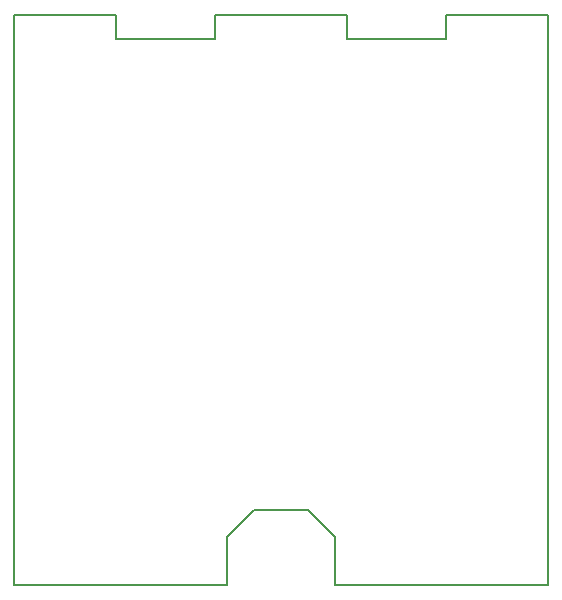
<source format=gm1>
G04 #@! TF.FileFunction,Profile,NP*
%FSLAX46Y46*%
G04 Gerber Fmt 4.6, Leading zero omitted, Abs format (unit mm)*
G04 Created by KiCad (PCBNEW 4.0.2-stable) date 31-5-2016 17:43:18*
%MOMM*%
G01*
G04 APERTURE LIST*
%ADD10C,0.100000*%
%ADD11C,0.150000*%
G04 APERTURE END LIST*
D10*
D11*
X161798000Y-140716000D02*
X161798000Y-144780000D01*
X170942000Y-140716000D02*
X170942000Y-144780000D01*
X164084000Y-138430000D02*
X161798000Y-140716000D01*
X168656000Y-138430000D02*
X164084000Y-138430000D01*
X170942000Y-140716000D02*
X168656000Y-138430000D01*
X143764000Y-96520000D02*
X152400000Y-96520000D01*
X143764000Y-144780000D02*
X161798000Y-144780000D01*
X143764000Y-96520000D02*
X143764000Y-144780000D01*
X170942000Y-144780000D02*
X188976000Y-144780000D01*
X180340000Y-96520000D02*
X188976000Y-96520000D01*
X188976000Y-96520000D02*
X188976000Y-144780000D01*
X152400000Y-96520000D02*
X152400000Y-98552000D01*
X160782000Y-96520000D02*
X160782000Y-98552000D01*
X152400000Y-98552000D02*
X160782000Y-98552000D01*
X171958000Y-96520000D02*
X171958000Y-98552000D01*
X180340000Y-96520000D02*
X180340000Y-98552000D01*
X171958000Y-98552000D02*
X180340000Y-98552000D01*
X171450000Y-96520000D02*
X171958000Y-96520000D01*
X161290000Y-96520000D02*
X160782000Y-96520000D01*
X162560000Y-96520000D02*
X161290000Y-96520000D01*
X171450000Y-96520000D02*
X162560000Y-96520000D01*
M02*

</source>
